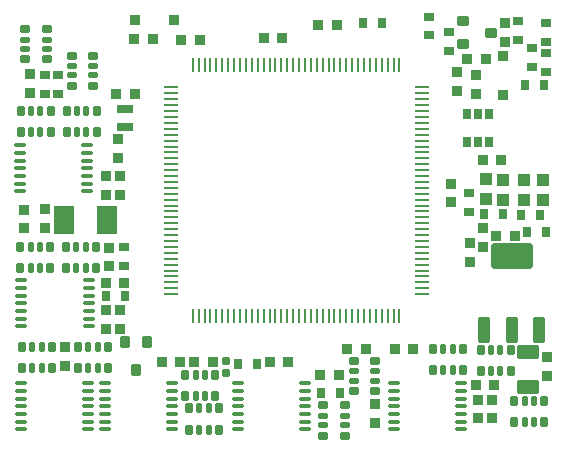
<source format=gtp>
G04*
G04 #@! TF.GenerationSoftware,Altium Limited,Altium Designer,20.2.7 (254)*
G04*
G04 Layer_Color=8421504*
%FSLAX25Y25*%
%MOIN*%
G70*
G04*
G04 #@! TF.SameCoordinates,C0B213B8-0E46-4196-9EA8-866AAEF12B77*
G04*
G04*
G04 #@! TF.FilePolarity,Positive*
G04*
G01*
G75*
G04:AMPARAMS|DCode=17|XSize=70.87mil|YSize=45.28mil|CornerRadius=4.53mil|HoleSize=0mil|Usage=FLASHONLY|Rotation=0.000|XOffset=0mil|YOffset=0mil|HoleType=Round|Shape=RoundedRectangle|*
%AMROUNDEDRECTD17*
21,1,0.07087,0.03622,0,0,0.0*
21,1,0.06181,0.04528,0,0,0.0*
1,1,0.00906,0.03091,-0.01811*
1,1,0.00906,-0.03091,-0.01811*
1,1,0.00906,-0.03091,0.01811*
1,1,0.00906,0.03091,0.01811*
%
%ADD17ROUNDEDRECTD17*%
G04:AMPARAMS|DCode=18|XSize=27.56mil|YSize=36.22mil|CornerRadius=2.76mil|HoleSize=0mil|Usage=FLASHONLY|Rotation=270.000|XOffset=0mil|YOffset=0mil|HoleType=Round|Shape=RoundedRectangle|*
%AMROUNDEDRECTD18*
21,1,0.02756,0.03071,0,0,270.0*
21,1,0.02205,0.03622,0,0,270.0*
1,1,0.00551,-0.01535,-0.01102*
1,1,0.00551,-0.01535,0.01102*
1,1,0.00551,0.01535,0.01102*
1,1,0.00551,0.01535,-0.01102*
%
%ADD18ROUNDEDRECTD18*%
G04:AMPARAMS|DCode=19|XSize=33.47mil|YSize=33.47mil|CornerRadius=3.35mil|HoleSize=0mil|Usage=FLASHONLY|Rotation=90.000|XOffset=0mil|YOffset=0mil|HoleType=Round|Shape=RoundedRectangle|*
%AMROUNDEDRECTD19*
21,1,0.03347,0.02677,0,0,90.0*
21,1,0.02677,0.03347,0,0,90.0*
1,1,0.00669,0.01339,0.01339*
1,1,0.00669,0.01339,-0.01339*
1,1,0.00669,-0.01339,-0.01339*
1,1,0.00669,-0.01339,0.01339*
%
%ADD19ROUNDEDRECTD19*%
G04:AMPARAMS|DCode=20|XSize=27.56mil|YSize=36.22mil|CornerRadius=2.76mil|HoleSize=0mil|Usage=FLASHONLY|Rotation=180.000|XOffset=0mil|YOffset=0mil|HoleType=Round|Shape=RoundedRectangle|*
%AMROUNDEDRECTD20*
21,1,0.02756,0.03071,0,0,180.0*
21,1,0.02205,0.03622,0,0,180.0*
1,1,0.00551,-0.01102,0.01535*
1,1,0.00551,0.01102,0.01535*
1,1,0.00551,0.01102,-0.01535*
1,1,0.00551,-0.01102,-0.01535*
%
%ADD20ROUNDEDRECTD20*%
G04:AMPARAMS|DCode=21|XSize=23.62mil|YSize=35.43mil|CornerRadius=2.36mil|HoleSize=0mil|Usage=FLASHONLY|Rotation=180.000|XOffset=0mil|YOffset=0mil|HoleType=Round|Shape=RoundedRectangle|*
%AMROUNDEDRECTD21*
21,1,0.02362,0.03071,0,0,180.0*
21,1,0.01890,0.03543,0,0,180.0*
1,1,0.00472,-0.00945,0.01535*
1,1,0.00472,0.00945,0.01535*
1,1,0.00472,0.00945,-0.01535*
1,1,0.00472,-0.00945,-0.01535*
%
%ADD21ROUNDEDRECTD21*%
G04:AMPARAMS|DCode=22|XSize=33.47mil|YSize=33.47mil|CornerRadius=3.35mil|HoleSize=0mil|Usage=FLASHONLY|Rotation=180.000|XOffset=0mil|YOffset=0mil|HoleType=Round|Shape=RoundedRectangle|*
%AMROUNDEDRECTD22*
21,1,0.03347,0.02677,0,0,180.0*
21,1,0.02677,0.03347,0,0,180.0*
1,1,0.00669,-0.01339,0.01339*
1,1,0.00669,0.01339,0.01339*
1,1,0.00669,0.01339,-0.01339*
1,1,0.00669,-0.01339,-0.01339*
%
%ADD22ROUNDEDRECTD22*%
%ADD23O,0.05118X0.00866*%
%ADD24O,0.00866X0.05118*%
G04:AMPARAMS|DCode=25|XSize=27.56mil|YSize=23.62mil|CornerRadius=2.36mil|HoleSize=0mil|Usage=FLASHONLY|Rotation=180.000|XOffset=0mil|YOffset=0mil|HoleType=Round|Shape=RoundedRectangle|*
%AMROUNDEDRECTD25*
21,1,0.02756,0.01890,0,0,180.0*
21,1,0.02284,0.02362,0,0,180.0*
1,1,0.00472,-0.01142,0.00945*
1,1,0.00472,0.01142,0.00945*
1,1,0.00472,0.01142,-0.00945*
1,1,0.00472,-0.01142,-0.00945*
%
%ADD25ROUNDEDRECTD25*%
G04:AMPARAMS|DCode=26|XSize=137.8mil|YSize=84.65mil|CornerRadius=8.47mil|HoleSize=0mil|Usage=FLASHONLY|Rotation=0.000|XOffset=0mil|YOffset=0mil|HoleType=Round|Shape=RoundedRectangle|*
%AMROUNDEDRECTD26*
21,1,0.13780,0.06772,0,0,0.0*
21,1,0.12087,0.08465,0,0,0.0*
1,1,0.01693,0.06043,-0.03386*
1,1,0.01693,-0.06043,-0.03386*
1,1,0.01693,-0.06043,0.03386*
1,1,0.01693,0.06043,0.03386*
%
%ADD26ROUNDEDRECTD26*%
G04:AMPARAMS|DCode=27|XSize=43.31mil|YSize=84.65mil|CornerRadius=4.33mil|HoleSize=0mil|Usage=FLASHONLY|Rotation=0.000|XOffset=0mil|YOffset=0mil|HoleType=Round|Shape=RoundedRectangle|*
%AMROUNDEDRECTD27*
21,1,0.04331,0.07598,0,0,0.0*
21,1,0.03465,0.08465,0,0,0.0*
1,1,0.00866,0.01732,-0.03799*
1,1,0.00866,-0.01732,-0.03799*
1,1,0.00866,-0.01732,0.03799*
1,1,0.00866,0.01732,0.03799*
%
%ADD27ROUNDEDRECTD27*%
G04:AMPARAMS|DCode=28|XSize=43.31mil|YSize=84.65mil|CornerRadius=4.33mil|HoleSize=0mil|Usage=FLASHONLY|Rotation=0.000|XOffset=0mil|YOffset=0mil|HoleType=Round|Shape=RoundedRectangle|*
%AMROUNDEDRECTD28*
21,1,0.04331,0.07599,0,0,0.0*
21,1,0.03465,0.08465,0,0,0.0*
1,1,0.00866,0.01732,-0.03799*
1,1,0.00866,-0.01732,-0.03799*
1,1,0.00866,-0.01732,0.03799*
1,1,0.00866,0.01732,0.03799*
%
%ADD28ROUNDEDRECTD28*%
%ADD29O,0.04331X0.01181*%
G04:AMPARAMS|DCode=30|XSize=39.37mil|YSize=43.31mil|CornerRadius=3.94mil|HoleSize=0mil|Usage=FLASHONLY|Rotation=270.000|XOffset=0mil|YOffset=0mil|HoleType=Round|Shape=RoundedRectangle|*
%AMROUNDEDRECTD30*
21,1,0.03937,0.03543,0,0,270.0*
21,1,0.03150,0.04331,0,0,270.0*
1,1,0.00787,-0.01772,-0.01575*
1,1,0.00787,-0.01772,0.01575*
1,1,0.00787,0.01772,0.01575*
1,1,0.00787,0.01772,-0.01575*
%
%ADD30ROUNDEDRECTD30*%
G04:AMPARAMS|DCode=31|XSize=35.43mil|YSize=37.4mil|CornerRadius=3.54mil|HoleSize=0mil|Usage=FLASHONLY|Rotation=270.000|XOffset=0mil|YOffset=0mil|HoleType=Round|Shape=RoundedRectangle|*
%AMROUNDEDRECTD31*
21,1,0.03543,0.03032,0,0,270.0*
21,1,0.02835,0.03740,0,0,270.0*
1,1,0.00709,-0.01516,-0.01417*
1,1,0.00709,-0.01516,0.01417*
1,1,0.00709,0.01516,0.01417*
1,1,0.00709,0.01516,-0.01417*
%
%ADD31ROUNDEDRECTD31*%
G04:AMPARAMS|DCode=32|XSize=35.43mil|YSize=37.4mil|CornerRadius=3.54mil|HoleSize=0mil|Usage=FLASHONLY|Rotation=270.000|XOffset=0mil|YOffset=0mil|HoleType=Round|Shape=RoundedRectangle|*
%AMROUNDEDRECTD32*
21,1,0.03543,0.03032,0,0,270.0*
21,1,0.02835,0.03740,0,0,270.0*
1,1,0.00709,-0.01516,-0.01417*
1,1,0.00709,-0.01516,0.01417*
1,1,0.00709,0.01516,0.01417*
1,1,0.00709,0.01516,-0.01417*
%
%ADD32ROUNDEDRECTD32*%
%ADD33R,0.06693X0.09449*%
G04:AMPARAMS|DCode=34|XSize=25.59mil|YSize=31.5mil|CornerRadius=2.56mil|HoleSize=0mil|Usage=FLASHONLY|Rotation=0.000|XOffset=0mil|YOffset=0mil|HoleType=Round|Shape=RoundedRectangle|*
%AMROUNDEDRECTD34*
21,1,0.02559,0.02638,0,0,0.0*
21,1,0.02047,0.03150,0,0,0.0*
1,1,0.00512,0.01024,-0.01319*
1,1,0.00512,-0.01024,-0.01319*
1,1,0.00512,-0.01024,0.01319*
1,1,0.00512,0.01024,0.01319*
%
%ADD34ROUNDEDRECTD34*%
G04:AMPARAMS|DCode=35|XSize=17.72mil|YSize=31.5mil|CornerRadius=1.77mil|HoleSize=0mil|Usage=FLASHONLY|Rotation=0.000|XOffset=0mil|YOffset=0mil|HoleType=Round|Shape=RoundedRectangle|*
%AMROUNDEDRECTD35*
21,1,0.01772,0.02795,0,0,0.0*
21,1,0.01417,0.03150,0,0,0.0*
1,1,0.00354,0.00709,-0.01398*
1,1,0.00354,-0.00709,-0.01398*
1,1,0.00354,-0.00709,0.01398*
1,1,0.00354,0.00709,0.01398*
%
%ADD35ROUNDEDRECTD35*%
G04:AMPARAMS|DCode=36|XSize=35.83mil|YSize=33.47mil|CornerRadius=3.35mil|HoleSize=0mil|Usage=FLASHONLY|Rotation=270.000|XOffset=0mil|YOffset=0mil|HoleType=Round|Shape=RoundedRectangle|*
%AMROUNDEDRECTD36*
21,1,0.03583,0.02677,0,0,270.0*
21,1,0.02913,0.03347,0,0,270.0*
1,1,0.00669,-0.01339,-0.01457*
1,1,0.00669,-0.01339,0.01457*
1,1,0.00669,0.01339,0.01457*
1,1,0.00669,0.01339,-0.01457*
%
%ADD36ROUNDEDRECTD36*%
G04:AMPARAMS|DCode=37|XSize=35.43mil|YSize=37.4mil|CornerRadius=3.54mil|HoleSize=0mil|Usage=FLASHONLY|Rotation=180.000|XOffset=0mil|YOffset=0mil|HoleType=Round|Shape=RoundedRectangle|*
%AMROUNDEDRECTD37*
21,1,0.03543,0.03032,0,0,180.0*
21,1,0.02835,0.03740,0,0,180.0*
1,1,0.00709,-0.01417,0.01516*
1,1,0.00709,0.01417,0.01516*
1,1,0.00709,0.01417,-0.01516*
1,1,0.00709,-0.01417,-0.01516*
%
%ADD37ROUNDEDRECTD37*%
G04:AMPARAMS|DCode=38|XSize=35.43mil|YSize=37.4mil|CornerRadius=3.54mil|HoleSize=0mil|Usage=FLASHONLY|Rotation=180.000|XOffset=0mil|YOffset=0mil|HoleType=Round|Shape=RoundedRectangle|*
%AMROUNDEDRECTD38*
21,1,0.03543,0.03032,0,0,180.0*
21,1,0.02835,0.03740,0,0,180.0*
1,1,0.00709,-0.01417,0.01516*
1,1,0.00709,0.01417,0.01516*
1,1,0.00709,0.01417,-0.01516*
1,1,0.00709,-0.01417,-0.01516*
%
%ADD38ROUNDEDRECTD38*%
G04:AMPARAMS|DCode=39|XSize=25.59mil|YSize=31.5mil|CornerRadius=2.56mil|HoleSize=0mil|Usage=FLASHONLY|Rotation=270.000|XOffset=0mil|YOffset=0mil|HoleType=Round|Shape=RoundedRectangle|*
%AMROUNDEDRECTD39*
21,1,0.02559,0.02638,0,0,270.0*
21,1,0.02047,0.03150,0,0,270.0*
1,1,0.00512,-0.01319,-0.01024*
1,1,0.00512,-0.01319,0.01024*
1,1,0.00512,0.01319,0.01024*
1,1,0.00512,0.01319,-0.01024*
%
%ADD39ROUNDEDRECTD39*%
G04:AMPARAMS|DCode=40|XSize=17.72mil|YSize=31.5mil|CornerRadius=1.77mil|HoleSize=0mil|Usage=FLASHONLY|Rotation=270.000|XOffset=0mil|YOffset=0mil|HoleType=Round|Shape=RoundedRectangle|*
%AMROUNDEDRECTD40*
21,1,0.01772,0.02795,0,0,270.0*
21,1,0.01417,0.03150,0,0,270.0*
1,1,0.00354,-0.01398,-0.00709*
1,1,0.00354,-0.01398,0.00709*
1,1,0.00354,0.01398,0.00709*
1,1,0.00354,0.01398,-0.00709*
%
%ADD40ROUNDEDRECTD40*%
G04:AMPARAMS|DCode=41|XSize=27.56mil|YSize=55.12mil|CornerRadius=2.76mil|HoleSize=0mil|Usage=FLASHONLY|Rotation=270.000|XOffset=0mil|YOffset=0mil|HoleType=Round|Shape=RoundedRectangle|*
%AMROUNDEDRECTD41*
21,1,0.02756,0.04961,0,0,270.0*
21,1,0.02205,0.05512,0,0,270.0*
1,1,0.00551,-0.02480,-0.01102*
1,1,0.00551,-0.02480,0.01102*
1,1,0.00551,0.02480,0.01102*
1,1,0.00551,0.02480,-0.01102*
%
%ADD41ROUNDEDRECTD41*%
G04:AMPARAMS|DCode=42|XSize=35.83mil|YSize=33.47mil|CornerRadius=3.35mil|HoleSize=0mil|Usage=FLASHONLY|Rotation=180.000|XOffset=0mil|YOffset=0mil|HoleType=Round|Shape=RoundedRectangle|*
%AMROUNDEDRECTD42*
21,1,0.03583,0.02677,0,0,180.0*
21,1,0.02913,0.03347,0,0,180.0*
1,1,0.00669,-0.01457,0.01339*
1,1,0.00669,0.01457,0.01339*
1,1,0.00669,0.01457,-0.01339*
1,1,0.00669,-0.01457,-0.01339*
%
%ADD42ROUNDEDRECTD42*%
D17*
X173425Y31004D02*
D03*
Y19587D02*
D03*
D18*
X12205Y123327D02*
D03*
Y117027D02*
D03*
X16831Y123425D02*
D03*
Y117126D02*
D03*
X153543Y77756D02*
D03*
Y84055D02*
D03*
X147146Y137894D02*
D03*
Y131594D02*
D03*
X140525Y136614D02*
D03*
Y142913D02*
D03*
X170177Y135236D02*
D03*
Y141535D02*
D03*
X179232Y124409D02*
D03*
Y130709D02*
D03*
X179232Y134547D02*
D03*
Y140846D02*
D03*
X174606Y125984D02*
D03*
Y132283D02*
D03*
X38583Y66043D02*
D03*
Y59744D02*
D03*
D19*
X7378Y117423D02*
D03*
Y123643D02*
D03*
X37303Y83602D02*
D03*
Y89823D02*
D03*
X165650Y134488D02*
D03*
Y140709D02*
D03*
X179626Y29488D02*
D03*
Y23268D02*
D03*
X149606Y124468D02*
D03*
Y118248D02*
D03*
X156201Y123386D02*
D03*
Y117165D02*
D03*
X122343Y13740D02*
D03*
Y7520D02*
D03*
X156791Y15217D02*
D03*
Y8996D02*
D03*
X161221Y8996D02*
D03*
Y15216D02*
D03*
X12500Y72480D02*
D03*
Y78701D02*
D03*
X32776Y89823D02*
D03*
Y83602D02*
D03*
X37402Y45138D02*
D03*
Y38917D02*
D03*
X158366Y66181D02*
D03*
Y72402D02*
D03*
X32579Y45039D02*
D03*
Y38819D02*
D03*
X18996Y32638D02*
D03*
Y26417D02*
D03*
X5413Y78602D02*
D03*
Y72382D02*
D03*
X147638Y87264D02*
D03*
Y81043D02*
D03*
X154035Y61162D02*
D03*
Y67382D02*
D03*
X36734Y102126D02*
D03*
Y95906D02*
D03*
X33760Y65905D02*
D03*
Y59685D02*
D03*
D20*
X110827Y17323D02*
D03*
X104527D02*
D03*
X82874Y27264D02*
D03*
X76575D02*
D03*
X165157Y76968D02*
D03*
X158858D02*
D03*
X118259Y140657D02*
D03*
X124559D02*
D03*
X171063Y76772D02*
D03*
X177362D02*
D03*
X173032Y71260D02*
D03*
X179331D02*
D03*
X38878Y49705D02*
D03*
X32579D02*
D03*
X178642Y120177D02*
D03*
X172343D02*
D03*
D21*
X160531Y100984D02*
D03*
X156791D02*
D03*
X153051D02*
D03*
Y110433D02*
D03*
X156791D02*
D03*
X160531D02*
D03*
D22*
X87244Y27854D02*
D03*
X93465D02*
D03*
X162165Y20079D02*
D03*
X155945D02*
D03*
X159409Y128740D02*
D03*
X153189D02*
D03*
X168957Y69882D02*
D03*
X162736D02*
D03*
X68386Y27854D02*
D03*
X62165D02*
D03*
X135197Y32185D02*
D03*
X128976D02*
D03*
X48287Y135433D02*
D03*
X42067D02*
D03*
X164527Y95177D02*
D03*
X158307D02*
D03*
X57441Y27756D02*
D03*
X51220D02*
D03*
X110394Y23425D02*
D03*
X104173D02*
D03*
X57717Y135039D02*
D03*
X63937D02*
D03*
X91496Y135827D02*
D03*
X85276D02*
D03*
X109705Y140256D02*
D03*
X103484D02*
D03*
X113031Y32087D02*
D03*
X119252D02*
D03*
X38839Y54232D02*
D03*
X32618D02*
D03*
X42283Y117028D02*
D03*
X36063D02*
D03*
D23*
X54232Y119291D02*
D03*
Y117323D02*
D03*
Y115354D02*
D03*
Y113386D02*
D03*
Y111417D02*
D03*
Y109449D02*
D03*
Y107480D02*
D03*
Y105512D02*
D03*
Y103543D02*
D03*
Y101575D02*
D03*
Y99606D02*
D03*
Y97638D02*
D03*
Y95669D02*
D03*
Y93701D02*
D03*
Y91732D02*
D03*
Y89764D02*
D03*
Y87795D02*
D03*
Y85827D02*
D03*
Y83858D02*
D03*
Y81890D02*
D03*
Y79921D02*
D03*
Y77953D02*
D03*
Y75984D02*
D03*
Y74016D02*
D03*
Y72047D02*
D03*
Y70079D02*
D03*
Y68110D02*
D03*
Y66142D02*
D03*
Y64173D02*
D03*
Y62205D02*
D03*
Y60236D02*
D03*
Y58268D02*
D03*
Y56299D02*
D03*
Y54331D02*
D03*
Y52362D02*
D03*
Y50394D02*
D03*
X137894D02*
D03*
Y52362D02*
D03*
Y54331D02*
D03*
Y56299D02*
D03*
Y58268D02*
D03*
Y60236D02*
D03*
Y62205D02*
D03*
Y64173D02*
D03*
Y66142D02*
D03*
Y68110D02*
D03*
Y70079D02*
D03*
Y72047D02*
D03*
Y74016D02*
D03*
Y75984D02*
D03*
Y77953D02*
D03*
Y79921D02*
D03*
Y81890D02*
D03*
Y83858D02*
D03*
Y85827D02*
D03*
Y87795D02*
D03*
Y89764D02*
D03*
Y91732D02*
D03*
Y93701D02*
D03*
Y95669D02*
D03*
Y97638D02*
D03*
Y99606D02*
D03*
Y101575D02*
D03*
Y103543D02*
D03*
Y105512D02*
D03*
Y107480D02*
D03*
Y109449D02*
D03*
Y111417D02*
D03*
Y113386D02*
D03*
Y115354D02*
D03*
Y117323D02*
D03*
Y119291D02*
D03*
D24*
X61614Y43012D02*
D03*
X63583D02*
D03*
X65551D02*
D03*
X67520D02*
D03*
X69488D02*
D03*
X71457D02*
D03*
X73425D02*
D03*
X75394D02*
D03*
X77362D02*
D03*
X79331D02*
D03*
X81299D02*
D03*
X83268D02*
D03*
X85236D02*
D03*
X87205D02*
D03*
X89173D02*
D03*
X91142D02*
D03*
X93110D02*
D03*
X95079D02*
D03*
X97047D02*
D03*
X99016D02*
D03*
X100984D02*
D03*
X102953D02*
D03*
X104921D02*
D03*
X106890D02*
D03*
X108858D02*
D03*
X110827D02*
D03*
X112795D02*
D03*
X114764D02*
D03*
X116732D02*
D03*
X118701D02*
D03*
X120669D02*
D03*
X122638D02*
D03*
X124606D02*
D03*
X126575D02*
D03*
X128543D02*
D03*
X130512D02*
D03*
Y126673D02*
D03*
X128543D02*
D03*
X126575D02*
D03*
X124606D02*
D03*
X122638D02*
D03*
X120669D02*
D03*
X118701D02*
D03*
X116732D02*
D03*
X114764D02*
D03*
X112795D02*
D03*
X110827D02*
D03*
X108858D02*
D03*
X106890D02*
D03*
X104921D02*
D03*
X102953D02*
D03*
X100984D02*
D03*
X99016D02*
D03*
X97047D02*
D03*
X95079D02*
D03*
X93110D02*
D03*
X91142D02*
D03*
X89173D02*
D03*
X87205D02*
D03*
X85236D02*
D03*
X83268D02*
D03*
X81299D02*
D03*
X79331D02*
D03*
X77362D02*
D03*
X75394D02*
D03*
X73425D02*
D03*
X71457D02*
D03*
X69488D02*
D03*
X67520D02*
D03*
X65551D02*
D03*
X63583D02*
D03*
X61614D02*
D03*
D25*
X72835Y24213D02*
D03*
Y28150D02*
D03*
D26*
X167913Y62992D02*
D03*
D27*
X176969Y38583D02*
D03*
X158858D02*
D03*
D28*
X167913D02*
D03*
D29*
X150984Y5315D02*
D03*
Y7874D02*
D03*
Y10433D02*
D03*
Y12992D02*
D03*
Y15551D02*
D03*
Y18110D02*
D03*
Y20669D02*
D03*
X128543Y5315D02*
D03*
Y7874D02*
D03*
Y10433D02*
D03*
Y12992D02*
D03*
Y15551D02*
D03*
Y18110D02*
D03*
Y20669D02*
D03*
X26969Y39665D02*
D03*
Y42224D02*
D03*
Y44783D02*
D03*
Y47343D02*
D03*
Y49902D02*
D03*
Y52461D02*
D03*
Y55020D02*
D03*
X4527Y39665D02*
D03*
Y42224D02*
D03*
Y44783D02*
D03*
Y47343D02*
D03*
Y49902D02*
D03*
Y52461D02*
D03*
Y55020D02*
D03*
X26476Y84646D02*
D03*
Y87205D02*
D03*
Y89764D02*
D03*
Y92323D02*
D03*
Y94882D02*
D03*
Y97441D02*
D03*
Y100000D02*
D03*
X4035Y84646D02*
D03*
Y87205D02*
D03*
Y89764D02*
D03*
Y92323D02*
D03*
Y94882D02*
D03*
Y97441D02*
D03*
Y100000D02*
D03*
X32284Y20669D02*
D03*
Y18110D02*
D03*
Y15551D02*
D03*
Y12992D02*
D03*
Y10433D02*
D03*
Y7874D02*
D03*
Y5315D02*
D03*
X54724Y20669D02*
D03*
Y18110D02*
D03*
Y15551D02*
D03*
Y12992D02*
D03*
Y10433D02*
D03*
Y7874D02*
D03*
Y5315D02*
D03*
X76575Y20669D02*
D03*
Y18110D02*
D03*
Y15551D02*
D03*
Y12992D02*
D03*
Y10433D02*
D03*
Y7874D02*
D03*
Y5315D02*
D03*
X99016Y20669D02*
D03*
Y18110D02*
D03*
Y15551D02*
D03*
Y12992D02*
D03*
Y10433D02*
D03*
Y7874D02*
D03*
Y5315D02*
D03*
X26673D02*
D03*
Y7874D02*
D03*
Y10433D02*
D03*
Y12992D02*
D03*
Y15551D02*
D03*
Y18110D02*
D03*
Y20669D02*
D03*
X4232Y5315D02*
D03*
Y7874D02*
D03*
Y10433D02*
D03*
Y12992D02*
D03*
Y15551D02*
D03*
Y18110D02*
D03*
Y20669D02*
D03*
D30*
X178445Y81693D02*
D03*
Y88386D02*
D03*
X164961Y88484D02*
D03*
Y81791D02*
D03*
X172146Y81693D02*
D03*
Y88386D02*
D03*
X159232Y88681D02*
D03*
Y81988D02*
D03*
D31*
X151850Y141339D02*
D03*
X161102Y137599D02*
D03*
D32*
X151850Y133858D02*
D03*
D33*
X33169Y75099D02*
D03*
X18602D02*
D03*
D34*
X168799Y7677D02*
D03*
Y14764D02*
D03*
X178839D02*
D03*
Y7677D02*
D03*
X167618Y24705D02*
D03*
Y31791D02*
D03*
X157579D02*
D03*
Y24705D02*
D03*
X19390Y59153D02*
D03*
Y66240D02*
D03*
X29429D02*
D03*
Y59153D02*
D03*
X14173Y59154D02*
D03*
Y66240D02*
D03*
X4134D02*
D03*
Y59154D02*
D03*
X23327Y25787D02*
D03*
Y32874D02*
D03*
X33366D02*
D03*
Y25787D02*
D03*
X14665D02*
D03*
Y32874D02*
D03*
X4626D02*
D03*
Y25787D02*
D03*
X19587Y104331D02*
D03*
Y111417D02*
D03*
X29626D02*
D03*
Y104331D02*
D03*
X151772Y25000D02*
D03*
Y32087D02*
D03*
X141732D02*
D03*
Y25000D02*
D03*
X4232Y104331D02*
D03*
Y111417D02*
D03*
X14272D02*
D03*
Y104331D02*
D03*
X59153Y23524D02*
D03*
Y16437D02*
D03*
X69193D02*
D03*
Y23524D02*
D03*
X70374Y5217D02*
D03*
Y12303D02*
D03*
X60335D02*
D03*
Y5217D02*
D03*
D35*
X172244Y7677D02*
D03*
X175394D02*
D03*
Y14764D02*
D03*
X172244D02*
D03*
X161024Y31791D02*
D03*
X164173D02*
D03*
Y24705D02*
D03*
X161024D02*
D03*
X22835Y59153D02*
D03*
X25984D02*
D03*
Y66240D02*
D03*
X22835D02*
D03*
X7579Y66240D02*
D03*
X10728D02*
D03*
Y59154D02*
D03*
X7579D02*
D03*
X26772Y25787D02*
D03*
X29921D02*
D03*
Y32874D02*
D03*
X26772D02*
D03*
X8071D02*
D03*
X11221D02*
D03*
Y25787D02*
D03*
X8071D02*
D03*
X23032Y104331D02*
D03*
X26181D02*
D03*
Y111417D02*
D03*
X23032D02*
D03*
X145177Y32087D02*
D03*
X148327D02*
D03*
Y25000D02*
D03*
X145177D02*
D03*
X7677Y104331D02*
D03*
X10827D02*
D03*
Y111417D02*
D03*
X7677D02*
D03*
X65748Y16437D02*
D03*
X62598D02*
D03*
Y23524D02*
D03*
X65748D02*
D03*
X63780Y12303D02*
D03*
X66929D02*
D03*
Y5217D02*
D03*
X63780D02*
D03*
D36*
X165157Y129921D02*
D03*
Y116929D02*
D03*
D37*
X42618Y25079D02*
D03*
X46358Y34331D02*
D03*
D38*
X38878D02*
D03*
D39*
X105118Y3248D02*
D03*
X112205D02*
D03*
Y13287D02*
D03*
X105118D02*
D03*
X115354Y18110D02*
D03*
X122441D02*
D03*
Y28150D02*
D03*
X115354D02*
D03*
X28504Y119861D02*
D03*
X21417D02*
D03*
Y129901D02*
D03*
X28504D02*
D03*
X12894Y128642D02*
D03*
X5807D02*
D03*
Y138681D02*
D03*
X12894D02*
D03*
D40*
X112205Y9843D02*
D03*
Y6693D02*
D03*
X105118D02*
D03*
Y9843D02*
D03*
X122441Y24705D02*
D03*
Y21555D02*
D03*
X115354D02*
D03*
Y24705D02*
D03*
X28504Y123306D02*
D03*
Y126456D02*
D03*
X21417D02*
D03*
Y123306D02*
D03*
X12894Y132087D02*
D03*
Y135236D02*
D03*
X5807D02*
D03*
Y132087D02*
D03*
D41*
X38878Y106201D02*
D03*
Y112106D02*
D03*
D42*
X42323Y141831D02*
D03*
X55315D02*
D03*
M02*

</source>
